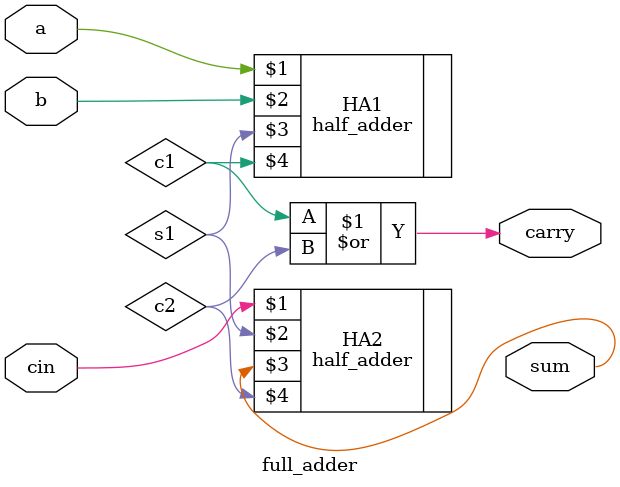
<source format=v>
module full_adder(
    input a,
    input b,
    input cin,
    output sum,
    output carry
);

wire s1,c1,s2,c2;

half_adder HA1(a,b,s1,c1);
half_adder HA2(cin,s1,sum,c2);

assign carry = c1 | c2;
endmodule
</source>
